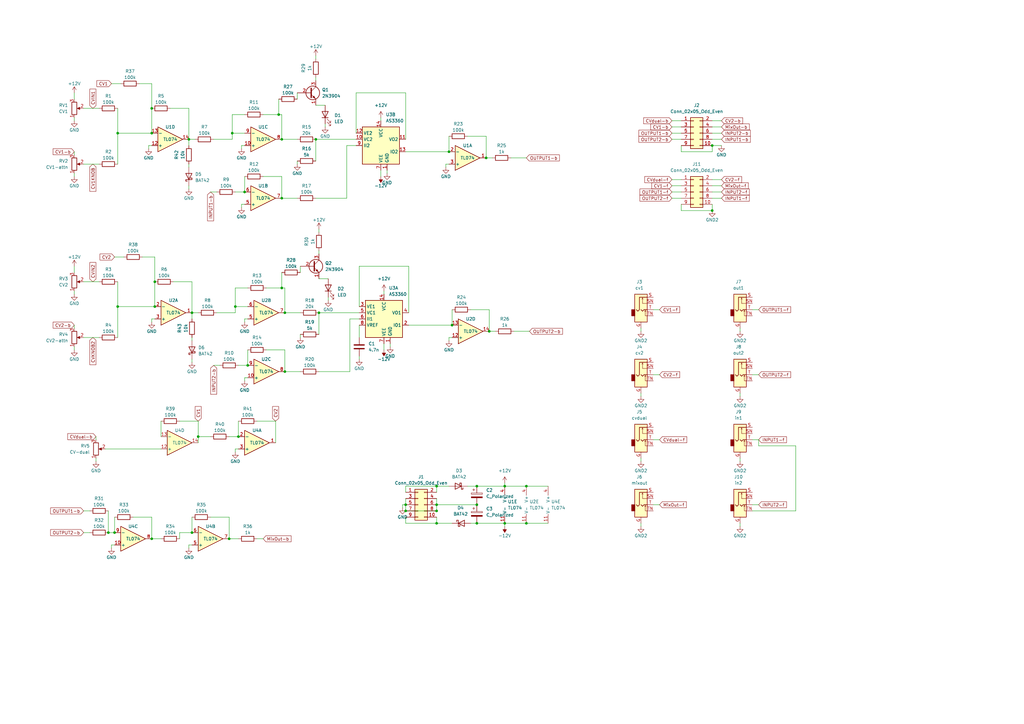
<source format=kicad_sch>
(kicad_sch (version 20230121) (generator eeschema)
  (paper "A3")
  (title_block (title "Krakenpine Kosmo Dual VCA") (rev "1.0"))
  (junction (at 100.33 78.74))
  (junction (at 199.39 64.77))
  (junction (at 62.23 44.45))
  (junction (at 292.1 59.69))
  (junction (at 62.23 54.61))
  (junction (at 200.66 135.89))
  (junction (at 207.01 214.63))
  (junction (at 96.52 125.73))
  (junction (at 44.45 218.44))
  (junction (at 101.6 149.86))
  (junction (at 81.28 179.07))
  (junction (at 116.84 152.4))
  (junction (at 179.07 207.01))
  (junction (at 215.9 199.39))
  (junction (at 292.1 86.36))
  (junction (at 179.07 199.39))
  (junction (at 166.37 209.55))
  (junction (at 95.25 54.61))
  (junction (at 63.5 125.73))
  (junction (at 115.57 81.28))
  (junction (at 78.74 128.27))
  (junction (at 62.23 220.98))
  (junction (at 114.3 46.99))
  (junction (at 184.15 62.23))
  (junction (at 166.37 207.01))
  (junction (at 179.07 214.63))
  (junction (at 207.01 199.39))
  (junction (at 195.58 207.01))
  (junction (at 48.26 54.61))
  (junction (at 77.47 57.15))
  (junction (at 215.9 214.63))
  (junction (at 185.42 133.35))
  (junction (at 179.07 209.55))
  (junction (at 48.26 125.73))
  (junction (at 195.58 214.63))
  (junction (at 115.57 118.11))
  (junction (at 116.84 128.27))
  (junction (at 130.81 128.27))
  (junction (at 63.5 115.57))
  (junction (at 129.54 57.15))
  (junction (at 115.57 57.15))
  (junction (at 78.74 218.44))
  (junction (at 46.99 218.44))
  (junction (at 93.98 220.98))
  (junction (at 195.58 199.39))
  (junction (at 97.79 179.07))
  (wire (pts (xy 78.74 128.27) (xy 81.28 128.27)))
  (wire (pts (xy 54.61 212.09) (xy 62.23 212.09)))
  (wire (pts (xy 96.52 184.15) (xy 97.79 184.15)))
  (wire (pts (xy 78.74 128.27) (xy 78.74 130.81)))
  (wire (pts (xy 182.88 67.31) (xy 184.15 67.31)))
  (wire (pts (xy 129.54 31.75) (xy 129.54 33.02)))
  (wire (pts (xy 63.5 105.41) (xy 63.5 115.57)))
  (wire (pts (xy 166.37 199.39) (xy 166.37 201.93)))
  (wire (pts (xy 166.37 212.09) (xy 166.37 214.63)))
  (wire (pts (xy 34.29 209.55) (xy 36.83 209.55)))
  (wire (pts (xy 77.47 44.45) (xy 77.47 57.15)))
  (wire (pts (xy 66.04 172.72) (xy 66.04 179.07)))
  (wire (pts (xy 191.77 55.88) (xy 199.39 55.88)))
  (wire (pts (xy 279.4 83.82) (xy 279.4 86.36)))
  (wire (pts (xy 142.24 81.28) (xy 142.24 59.69)))
  (wire (pts (xy 45.72 224.79) (xy 45.72 223.52)))
  (wire (pts (xy 166.37 38.1) (xy 166.37 57.15)))
  (wire (pts (xy 147.32 133.35) (xy 147.32 138.43)))
  (wire (pts (xy 195.58 214.63) (xy 207.01 214.63)))
  (wire (pts (xy 166.37 204.47) (xy 166.37 207.01)))
  (wire (pts (xy 96.52 125.73) (xy 101.6 125.73)))
  (wire (pts (xy 129.54 22.86) (xy 129.54 24.13)))
  (wire (pts (xy 207.01 214.63) (xy 207.01 215.9)))
  (wire (pts (xy 134.62 123.19) (xy 134.62 121.92)))
  (wire (pts (xy 303.53 134.62) (xy 303.53 135.89)))
  (wire (pts (xy 115.57 81.28) (xy 121.92 81.28)))
  (wire (pts (xy 107.95 72.39) (xy 115.57 72.39)))
  (wire (pts (xy 97.79 149.86) (xy 101.6 149.86)))
  (wire (pts (xy 179.07 207.01) (xy 195.58 207.01)))
  (wire (pts (xy 199.39 64.77) (xy 201.93 64.77)))
  (wire (pts (xy 308.61 180.34) (xy 311.15 180.34)))
  (wire (pts (xy 130.81 128.27) (xy 147.32 128.27)))
  (wire (pts (xy 39.37 187.96) (xy 39.37 189.23)))
  (wire (pts (xy 30.48 109.22) (xy 30.48 111.76)))
  (wire (pts (xy 78.74 147.32) (xy 78.74 148.59)))
  (wire (pts (xy 101.6 143.51) (xy 101.6 149.86)))
  (wire (pts (xy 113.03 172.72) (xy 113.03 181.61)))
  (wire (pts (xy 109.22 143.51) (xy 116.84 143.51)))
  (wire (pts (xy 73.66 218.44) (xy 78.74 218.44)))
  (wire (pts (xy 115.57 46.99) (xy 115.57 57.15)))
  (wire (pts (xy 48.26 54.61) (xy 62.23 54.61)))
  (wire (pts (xy 195.58 199.39) (xy 207.01 199.39)))
  (wire (pts (xy 133.35 52.07) (xy 133.35 50.8)))
  (wire (pts (xy 167.64 109.22) (xy 167.64 128.27)))
  (wire (pts (xy 129.54 57.15) (xy 129.54 66.04)))
  (wire (pts (xy 275.59 57.15) (xy 279.4 57.15)))
  (wire (pts (xy 179.07 214.63) (xy 185.42 214.63)))
  (wire (pts (xy 95.25 57.15) (xy 95.25 54.61)))
  (wire (pts (xy 292.1 52.07) (xy 295.91 52.07)))
  (wire (pts (xy 93.98 212.09) (xy 93.98 220.98)))
  (wire (pts (xy 326.39 209.55) (xy 308.61 209.55)))
  (wire (pts (xy 62.23 220.98) (xy 66.04 220.98)))
  (wire (pts (xy 34.29 44.45) (xy 40.64 44.45)))
  (wire (pts (xy 179.07 207.01) (xy 179.07 209.55)))
  (wire (pts (xy 116.84 118.11) (xy 116.84 128.27)))
  (wire (pts (xy 129.54 57.15) (xy 146.05 57.15)))
  (wire (pts (xy 95.25 54.61) (xy 100.33 54.61)))
  (wire (pts (xy 100.33 154.94) (xy 101.6 154.94)))
  (wire (pts (xy 207.01 199.39) (xy 215.9 199.39)))
  (wire (pts (xy 115.57 111.76) (xy 115.57 118.11)))
  (wire (pts (xy 292.1 76.2) (xy 295.91 76.2)))
  (wire (pts (xy 179.07 199.39) (xy 184.15 199.39)))
  (wire (pts (xy 30.48 71.12) (xy 30.48 72.39)))
  (wire (pts (xy 96.52 128.27) (xy 96.52 125.73)))
  (wire (pts (xy 130.81 114.3) (xy 134.62 114.3)))
  (wire (pts (xy 292.1 73.66) (xy 295.91 73.66)))
  (wire (pts (xy 30.48 62.23) (xy 30.48 63.5)))
  (wire (pts (xy 184.15 55.88) (xy 184.15 62.23)))
  (wire (pts (xy 73.66 220.98) (xy 73.66 218.44)))
  (wire (pts (xy 130.81 152.4) (xy 143.51 152.4)))
  (wire (pts (xy 166.37 209.55) (xy 179.07 209.55)))
  (wire (pts (xy 123.19 138.43) (xy 123.19 137.16)))
  (wire (pts (xy 165.1 207.01) (xy 166.37 207.01)))
  (wire (pts (xy 30.48 119.38) (xy 30.48 120.65)))
  (wire (pts (xy 114.3 46.99) (xy 115.57 46.99)))
  (wire (pts (xy 81.28 179.07) (xy 81.28 181.61)))
  (wire (pts (xy 34.29 115.57) (xy 40.64 115.57)))
  (wire (pts (xy 96.52 78.74) (xy 100.33 78.74)))
  (wire (pts (xy 81.28 172.72) (xy 81.28 179.07)))
  (wire (pts (xy 166.37 207.01) (xy 166.37 209.55)))
  (wire (pts (xy 167.64 133.35) (xy 185.42 133.35)))
  (wire (pts (xy 109.22 118.11) (xy 115.57 118.11)))
  (wire (pts (xy 157.48 119.38) (xy 157.48 120.65)))
  (wire (pts (xy 275.59 73.66) (xy 279.4 73.66)))
  (wire (pts (xy 207.01 198.12) (xy 207.01 199.39)))
  (wire (pts (xy 100.33 132.08) (xy 100.33 130.81)))
  (wire (pts (xy 105.41 220.98) (xy 107.95 220.98)))
  (wire (pts (xy 77.47 224.79) (xy 77.47 223.52)))
  (wire (pts (xy 101.6 118.11) (xy 96.52 118.11)))
  (wire (pts (xy 130.81 128.27) (xy 130.81 137.16)))
  (wire (pts (xy 275.59 52.07) (xy 279.4 52.07)))
  (wire (pts (xy 34.29 138.43) (xy 40.64 138.43)))
  (wire (pts (xy 43.18 184.15) (xy 66.04 184.15)))
  (wire (pts (xy 62.23 132.08) (xy 62.23 130.81)))
  (wire (pts (xy 184.15 138.43) (xy 185.42 138.43)))
  (wire (pts (xy 311.15 182.88) (xy 326.39 182.88)))
  (wire (pts (xy 86.36 212.09) (xy 93.98 212.09)))
  (wire (pts (xy 292.1 54.61) (xy 295.91 54.61)))
  (wire (pts (xy 60.96 59.69) (xy 62.23 59.69)))
  (wire (pts (xy 115.57 57.15) (xy 121.92 57.15)))
  (wire (pts (xy 326.39 182.88) (xy 326.39 209.55)))
  (wire (pts (xy 45.72 223.52) (xy 46.99 223.52)))
  (wire (pts (xy 157.48 140.97) (xy 157.48 143.51)))
  (wire (pts (xy 267.97 207.01) (xy 270.51 207.01)))
  (wire (pts (xy 88.9 128.27) (xy 96.52 128.27)))
  (wire (pts (xy 142.24 59.69) (xy 146.05 59.69)))
  (wire (pts (xy 62.23 212.09) (xy 62.23 220.98)))
  (wire (pts (xy 77.47 57.15) (xy 77.47 59.69)))
  (wire (pts (xy 100.33 156.21) (xy 100.33 154.94)))
  (wire (pts (xy 292.1 81.28) (xy 295.91 81.28)))
  (wire (pts (xy 114.3 40.64) (xy 114.3 46.99)))
  (wire (pts (xy 45.72 34.29) (xy 49.53 34.29)))
  (wire (pts (xy 292.1 49.53) (xy 295.91 49.53)))
  (wire (pts (xy 146.05 54.61) (xy 146.05 38.1)))
  (wire (pts (xy 99.06 59.69) (xy 100.33 59.69)))
  (wire (pts (xy 209.55 64.77) (xy 215.9 64.77)))
  (wire (pts (xy 99.06 85.09) (xy 99.06 83.82)))
  (wire (pts (xy 303.53 161.29) (xy 303.53 162.56)))
  (wire (pts (xy 156.21 48.26) (xy 156.21 49.53)))
  (wire (pts (xy 308.61 127) (xy 311.15 127)))
  (wire (pts (xy 48.26 138.43) (xy 48.26 125.73)))
  (wire (pts (xy 30.48 48.26) (xy 30.48 49.53)))
  (wire (pts (xy 292.1 62.23) (xy 279.4 62.23)))
  (wire (pts (xy 275.59 76.2) (xy 279.4 76.2)))
  (wire (pts (xy 44.45 209.55) (xy 44.45 218.44)))
  (wire (pts (xy 275.59 81.28) (xy 279.4 81.28)))
  (wire (pts (xy 147.32 125.73) (xy 147.32 109.22)))
  (wire (pts (xy 292.1 83.82) (xy 292.1 86.36)))
  (wire (pts (xy 30.48 142.24) (xy 30.48 143.51)))
  (wire (pts (xy 87.63 149.86) (xy 90.17 149.86)))
  (wire (pts (xy 143.51 152.4) (xy 143.51 130.81)))
  (wire (pts (xy 116.84 152.4) (xy 123.19 152.4)))
  (wire (pts (xy 44.45 218.44) (xy 46.99 218.44)))
  (wire (pts (xy 210.82 135.89) (xy 217.17 135.89)))
  (wire (pts (xy 179.07 204.47) (xy 179.07 207.01)))
  (wire (pts (xy 48.26 125.73) (xy 63.5 125.73)))
  (wire (pts (xy 262.89 214.63) (xy 262.89 215.9)))
  (wire (pts (xy 275.59 78.74) (xy 279.4 78.74)))
  (wire (pts (xy 96.52 185.42) (xy 96.52 184.15)))
  (wire (pts (xy 115.57 72.39) (xy 115.57 81.28)))
  (wire (pts (xy 86.36 78.74) (xy 88.9 78.74)))
  (wire (pts (xy 267.97 153.67) (xy 270.51 153.67)))
  (wire (pts (xy 78.74 138.43) (xy 78.74 139.7)))
  (wire (pts (xy 193.04 214.63) (xy 195.58 214.63)))
  (wire (pts (xy 121.92 38.1) (xy 121.92 40.64)))
  (wire (pts (xy 184.15 139.7) (xy 184.15 138.43)))
  (wire (pts (xy 93.98 220.98) (xy 97.79 220.98)))
  (wire (pts (xy 191.77 199.39) (xy 195.58 199.39)))
  (wire (pts (xy 116.84 143.51) (xy 116.84 152.4)))
  (wire (pts (xy 95.25 46.99) (xy 95.25 54.61)))
  (wire (pts (xy 279.4 59.69) (xy 279.4 62.23)))
  (wire (pts (xy 78.74 212.09) (xy 78.74 218.44)))
  (wire (pts (xy 30.48 133.35) (xy 30.48 134.62)))
  (wire (pts (xy 81.28 179.07) (xy 86.36 179.07)))
  (wire (pts (xy 311.15 180.34) (xy 311.15 182.88)))
  (wire (pts (xy 156.21 69.85) (xy 156.21 72.39)))
  (wire (pts (xy 73.66 172.72) (xy 81.28 172.72)))
  (wire (pts (xy 207.01 214.63) (xy 215.9 214.63)))
  (wire (pts (xy 58.42 105.41) (xy 63.5 105.41)))
  (wire (pts (xy 30.48 38.1) (xy 30.48 40.64)))
  (wire (pts (xy 200.66 127) (xy 200.66 135.89)))
  (wire (pts (xy 100.33 72.39) (xy 100.33 78.74)))
  (wire (pts (xy 267.97 127) (xy 270.51 127)))
  (wire (pts (xy 63.5 115.57) (xy 63.5 125.73)))
  (wire (pts (xy 100.33 46.99) (xy 95.25 46.99)))
  (wire (pts (xy 200.66 135.89) (xy 203.2 135.89)))
  (wire (pts (xy 77.47 67.31) (xy 77.47 68.58)))
  (wire (pts (xy 48.26 67.31) (xy 48.26 54.61)))
  (wire (pts (xy 107.95 46.99) (xy 114.3 46.99)))
  (wire (pts (xy 130.81 93.98) (xy 130.81 95.25)))
  (wire (pts (xy 275.59 49.53) (xy 279.4 49.53)))
  (wire (pts (xy 146.05 38.1) (xy 166.37 38.1)))
  (wire (pts (xy 160.02 142.24) (xy 160.02 140.97)))
  (wire (pts (xy 262.89 134.62) (xy 262.89 135.89)))
  (wire (pts (xy 215.9 214.63) (xy 224.79 214.63)))
  (wire (pts (xy 179.07 199.39) (xy 179.07 201.93)))
  (wire (pts (xy 292.1 57.15) (xy 295.91 57.15)))
  (wire (pts (xy 87.63 57.15) (xy 95.25 57.15)))
  (wire (pts (xy 121.92 67.31) (xy 121.92 66.04)))
  (wire (pts (xy 292.1 86.36) (xy 279.4 86.36)))
  (wire (pts (xy 215.9 199.39) (xy 224.79 199.39)))
  (wire (pts (xy 34.29 218.44) (xy 36.83 218.44)))
  (wire (pts (xy 166.37 214.63) (xy 179.07 214.63)))
  (wire (pts (xy 158.75 71.12) (xy 158.75 69.85)))
  (wire (pts (xy 77.47 57.15) (xy 80.01 57.15)))
  (wire (pts (xy 96.52 118.11) (xy 96.52 125.73)))
  (wire (pts (xy 193.04 127) (xy 200.66 127)))
  (wire (pts (xy 303.53 214.63) (xy 303.53 215.9)))
  (wire (pts (xy 46.99 105.41) (xy 50.8 105.41)))
  (wire (pts (xy 48.26 44.45) (xy 48.26 54.61)))
  (wire (pts (xy 292.1 78.74) (xy 295.91 78.74)))
  (wire (pts (xy 292.1 59.69) (xy 292.1 62.23)))
  (wire (pts (xy 303.53 187.96) (xy 303.53 189.23)))
  (wire (pts (xy 129.54 81.28) (xy 142.24 81.28)))
  (wire (pts (xy 185.42 127) (xy 185.42 133.35)))
  (wire (pts (xy 262.89 161.29) (xy 262.89 162.56)))
  (wire (pts (xy 147.32 109.22) (xy 167.64 109.22)))
  (wire (pts (xy 308.61 153.67) (xy 311.15 153.67)))
  (wire (pts (xy 275.59 54.61) (xy 279.4 54.61)))
  (wire (pts (xy 77.47 223.52) (xy 78.74 223.52)))
  (wire (pts (xy 39.37 179.07) (xy 39.37 180.34)))
  (wire (pts (xy 62.23 130.81) (xy 63.5 130.81)))
  (wire (pts (xy 123.19 109.22) (xy 123.19 111.76)))
  (wire (pts (xy 62.23 34.29) (xy 62.23 44.45)))
  (wire (pts (xy 292.1 59.69) (xy 295.91 59.69)))
  (wire (pts (xy 308.61 207.01) (xy 311.15 207.01)))
  (wire (pts (xy 78.74 115.57) (xy 78.74 128.27)))
  (wire (pts (xy 267.97 180.34) (xy 270.51 180.34)))
  (wire (pts (xy 99.06 60.96) (xy 99.06 59.69)))
  (wire (pts (xy 46.99 212.09) (xy 46.99 218.44)))
  (wire (pts (xy 34.29 67.31) (xy 40.64 67.31)))
  (wire (pts (xy 57.15 34.29) (xy 62.23 34.29)))
  (wire (pts (xy 99.06 83.82) (xy 100.33 83.82)))
  (wire (pts (xy 143.51 130.81) (xy 147.32 130.81)))
  (wire (pts (xy 93.98 179.07) (xy 97.79 179.07)))
  (wire (pts (xy 179.07 199.39) (xy 166.37 199.39)))
  (wire (pts (xy 166.37 62.23) (xy 184.15 62.23)))
  (wire (pts (xy 97.79 172.72) (xy 97.79 179.07)))
  (wire (pts (xy 77.47 76.2) (xy 77.47 77.47)))
  (wire (pts (xy 129.54 43.18) (xy 133.35 43.18)))
  (wire (pts (xy 147.32 147.32) (xy 147.32 146.05)))
  (wire (pts (xy 116.84 128.27) (xy 123.19 128.27)))
  (wire (pts (xy 69.85 44.45) (xy 77.47 44.45)))
  (wire (pts (xy 262.89 187.96) (xy 262.89 189.23)))
  (wire (pts (xy 100.33 130.81) (xy 101.6 130.81)))
  (wire (pts (xy 115.57 118.11) (xy 116.84 118.11)))
  (wire (pts (xy 199.39 55.88) (xy 199.39 64.77)))
  (wire (pts (xy 130.81 102.87) (xy 130.81 104.14)))
  (wire (pts (xy 179.07 212.09) (xy 179.07 214.63)))
  (wire (pts (xy 182.88 68.58) (xy 182.88 67.31)))
  (wire (pts (xy 60.96 60.96) (xy 60.96 59.69)))
  (wire (pts (xy 165.1 208.28) (xy 165.1 207.01)))
  (wire (pts (xy 48.26 115.57) (xy 48.26 125.73)))
  (wire (pts (xy 71.12 115.57) (xy 78.74 115.57)))
  (wire (pts (xy 105.41 172.72) (xy 113.03 172.72)))
  (wire (pts (xy 62.23 44.45) (xy 62.23 54.61)))
  (global_label "OUTPUT1-b" (shape input) (at 34.29 209.55 180) (property "Intersheetrefs" "${INTERSHEET_REFS}" (effects hide)))
  (global_label "CVdual-f" (shape input) (at 275.59 73.66 180) (property "Intersheetrefs" "${INTERSHEET_REFS}" (effects hide)))
  (global_label "CV2-f" (shape input) (at 270.51 153.67 0) (property "Intersheetrefs" "${INTERSHEET_REFS}" (effects hide)))
  (global_label "INPUT2-f" (shape input) (at 295.91 78.74 0) (property "Intersheetrefs" "${INTERSHEET_REFS}" (effects hide)))
  (global_label "INPUT1-b" (shape input) (at 86.36 78.74 270) (property "Intersheetrefs" "${INTERSHEET_REFS}" (effects hide)))
  (global_label "CV1KNOB" (shape input) (at 38.1 67.31 270) (property "Intersheetrefs" "${INTERSHEET_REFS}" (effects hide)))
  (global_label "CVIN2" (shape input) (at 38.1 115.57 90) (property "Intersheetrefs" "${INTERSHEET_REFS}" (effects hide)))
  (global_label "OUTPUT1-f" (shape input) (at 275.59 78.74 180) (property "Intersheetrefs" "${INTERSHEET_REFS}" (effects hide)))
  (global_label "CV1" (shape input) (at 45.72 34.29 180) (property "Intersheetrefs" "${INTERSHEET_REFS}" (effects hide)))
  (global_label "CV1-f" (shape input) (at 270.51 127 0) (property "Intersheetrefs" "${INTERSHEET_REFS}" (effects hide)))
  (global_label "INPUT2-b" (shape input) (at 87.63 149.86 270) (property "Intersheetrefs" "${INTERSHEET_REFS}" (effects hide)))
  (global_label "INPUT2-f" (shape input) (at 311.15 207.01 0) (property "Intersheetrefs" "${INTERSHEET_REFS}" (effects hide)))
  (global_label "CV2-f" (shape input) (at 295.91 73.66 0) (property "Intersheetrefs" "${INTERSHEET_REFS}" (effects hide)))
  (global_label "INPUT1-f" (shape input) (at 311.15 180.34 0) (property "Intersheetrefs" "${INTERSHEET_REFS}" (effects hide)))
  (global_label "CV2-b" (shape input) (at 30.48 133.35 180) (property "Intersheetrefs" "${INTERSHEET_REFS}" (effects hide)))
  (global_label "CVdual-b" (shape input) (at 275.59 49.53 180) (property "Intersheetrefs" "${INTERSHEET_REFS}" (effects hide)))
  (global_label "MixOut-f" (shape input) (at 270.51 207.01 0) (property "Intersheetrefs" "${INTERSHEET_REFS}" (effects hide)))
  (global_label "MixOut-b" (shape input) (at 107.95 220.98 0) (property "Intersheetrefs" "${INTERSHEET_REFS}" (effects hide)))
  (global_label "MixOut-f" (shape input) (at 295.91 76.2 0) (property "Intersheetrefs" "${INTERSHEET_REFS}" (effects hide)))
  (global_label "OUTPUT1-b" (shape input) (at 275.59 54.61 180) (property "Intersheetrefs" "${INTERSHEET_REFS}" (effects hide)))
  (global_label "OUTPUT1-b" (shape input) (at 215.9 64.77 0) (property "Intersheetrefs" "${INTERSHEET_REFS}" (effects hide)))
  (global_label "CVdual-b" (shape input) (at 39.37 179.07 180) (property "Intersheetrefs" "${INTERSHEET_REFS}" (effects hide)))
  (global_label "CV1-f" (shape input) (at 275.59 76.2 180) (property "Intersheetrefs" "${INTERSHEET_REFS}" (effects hide)))
  (global_label "OUTPUT2-f" (shape input) (at 275.59 81.28 180) (property "Intersheetrefs" "${INTERSHEET_REFS}" (effects hide)))
  (global_label "INPUT1-b" (shape input) (at 295.91 57.15 0) (property "Intersheetrefs" "${INTERSHEET_REFS}" (effects hide)))
  (global_label "OUTPUT1-f" (shape input) (at 311.15 127 0) (property "Intersheetrefs" "${INTERSHEET_REFS}" (effects hide)))
  (global_label "OUTPUT2-f" (shape input) (at 311.15 153.67 0) (property "Intersheetrefs" "${INTERSHEET_REFS}" (effects hide)))
  (global_label "CV2" (shape input) (at 46.99 105.41 180) (property "Intersheetrefs" "${INTERSHEET_REFS}" (effects hide)))
  (global_label "INPUT2-b" (shape input) (at 295.91 54.61 0) (property "Intersheetrefs" "${INTERSHEET_REFS}" (effects hide)))
  (global_label "INPUT1-f" (shape input) (at 295.91 81.28 0) (property "Intersheetrefs" "${INTERSHEET_REFS}" (effects hide)))
  (global_label "CVdual-f" (shape input) (at 270.51 180.34 0) (property "Intersheetrefs" "${INTERSHEET_REFS}" (effects hide)))
  (global_label "CVIN1" (shape input) (at 38.1 44.45 90) (property "Intersheetrefs" "${INTERSHEET_REFS}" (effects hide)))
  (global_label "CVKNOB2" (shape input) (at 38.1 138.43 270) (property "Intersheetrefs" "${INTERSHEET_REFS}" (effects hide)))
  (global_label "OUTPUT2-b" (shape input) (at 34.29 218.44 180) (property "Intersheetrefs" "${INTERSHEET_REFS}" (effects hide)))
  (global_label "CV1-b" (shape input) (at 275.59 52.07 180) (property "Intersheetrefs" "${INTERSHEET_REFS}" (effects hide)))
  (global_label "OUTPUT2-b" (shape input) (at 217.17 135.89 0) (property "Intersheetrefs" "${INTERSHEET_REFS}" (effects hide)))
  (global_label "CV1-b" (shape input) (at 30.48 62.23 180) (property "Intersheetrefs" "${INTERSHEET_REFS}" (effects hide)))
  (global_label "CV2" (shape input) (at 113.03 172.72 90) (property "Intersheetrefs" "${INTERSHEET_REFS}" (effects hide)))
  (global_label "CV2-b" (shape input) (at 295.91 49.53 0) (property "Intersheetrefs" "${INTERSHEET_REFS}" (effects hide)))
  (global_label "CV1" (shape input) (at 81.28 172.72 90) (property "Intersheetrefs" "${INTERSHEET_REFS}" (effects hide)))
  (global_label "MixOut-b" (shape input) (at 295.91 52.07 0) (property "Intersheetrefs" "${INTERSHEET_REFS}" (effects hide)))
  (global_label "OUTPUT2-b" (shape input) (at 275.59 57.15 180) (property "Intersheetrefs" "${INTERSHEET_REFS}" (effects hide)))
  (symbol (lib_id "Device:R") (at 130.81 99.06 180) (unit 1)
    (property "Reference" "R30" (at 125.73 99.06 90))
    (property "Value" "1k" (at 128.27 99.06 90))
    (property "Footprint" "omat:Omaresistor2" (effects hide))
  )
  (symbol (lib_id "Device:R") (at 44.45 67.31 90) (unit 1)
    (property "Reference" "R2" (at 44.45 62.23 90))
    (property "Value" "100k" (at 44.45 64.77 90))
    (property "Footprint" "omat:Omaresistor2" (effects hide))
  )
  (symbol (lib_id "power:GND") (at 123.19 138.43 0) (unit 1)
    (property "Reference" "#PWR0107" (effects hide))
    (property "Value" "GND" (at 123.19 142.24 0))
  )
  (symbol (lib_id "power:GND") (at 165.1 208.28 0) (unit 1)
    (property "Reference" "#PWR0120" (effects hide))
    (property "Value" "GND" (at 165.1 212.09 0))
  )
  (symbol (lib_id "power:+12V") (at 30.48 109.22 0) (unit 1)
    (property "Reference" "#PWR011" (effects hide))
    (property "Value" "+12V" (at 30.48 105.41 0))
  )
  (symbol (lib_id "Device:R") (at 90.17 179.07 90) (unit 1)
    (property "Reference" "R40" (at 90.17 173.99 90))
    (property "Value" "100k" (at 90.17 176.53 90))
    (property "Footprint" "omat:Omaresistor2" (effects hide))
  )
  (symbol (lib_id "Device:R") (at 69.85 220.98 90) (unit 1)
    (property "Reference" "R34" (at 69.85 215.9 90))
    (property "Value" "100k" (at 69.85 218.44 90))
    (property "Footprint" "omat:Omaresistor2" (effects hide))
  )
  (symbol (lib_id "power:GND") (at 100.33 156.21 0) (unit 1)
    (property "Reference" "#PWR0114" (effects hide))
    (property "Value" "GND" (at 100.33 160.02 0))
  )
  (symbol (lib_id "Connector:AudioJack2_Ground_Switch") (at 262.89 153.67 0) (unit 1)
    (property "Reference" "J4" (at 262.255 142.24 0))
    (property "Value" "cv2" (at 262.255 144.78 0))
    (property "Footprint" "omat:Jack_6.5mm LMNC" (effects hide))
  )
  (symbol (lib_id "power:GND") (at 30.48 72.39 0) (unit 1)
    (property "Reference" "#PWR010" (effects hide))
    (property "Value" "GND" (at 30.48 76.2 0))
  )
  (symbol (lib_id "Device:R") (at 187.96 55.88 90) (unit 1)
    (property "Reference" "R23" (at 187.96 50.8 90))
    (property "Value" "100k" (at 187.96 53.34 90))
    (property "Footprint" "omat:Omaresistor2" (effects hide))
  )
  (symbol (lib_id "Connector:AudioJack2_Ground_Switch") (at 303.53 180.34 0) (unit 1)
    (property "Reference" "J9" (at 302.895 168.91 0))
    (property "Value" "in1" (at 302.895 171.45 0))
    (property "Footprint" "omat:Jack_6.5mm LMNC" (effects hide))
  )
  (symbol (lib_id "Transistor_BJT:2N3904") (at 128.27 109.22 0) (unit 1)
    (property "Reference" "Q2" (at 133.35 107.9499 0) (effects (justify left)))
    (property "Value" "2N3904" (at 133.35 110.4899 0) (effects (justify left)))
    (property "Footprint" "Package_TO_SOT_THT:TO-92_Inline_Wide" (effects hide))
    (property "Datasheet" "https://www.onsemi.com/pub/Collateral/2N3903-D.PDF" (effects hide))
  )
  (symbol (lib_id "Device:R") (at 127 137.16 90) (unit 1)
    (property "Reference" "R19" (at 127 132.08 90))
    (property "Value" "5k" (at 127 134.62 90))
    (property "Footprint" "omat:Omaresistor2" (effects hide))
  )
  (symbol (lib_id "Device:R") (at 92.71 78.74 90) (unit 1)
    (property "Reference" "R9" (at 92.71 73.66 90))
    (property "Value" "100k" (at 92.71 76.2 90))
    (property "Footprint" "omat:Omaresistor2" (effects hide))
  )
  (symbol (lib_id "Amplifier_Operational:TL074") (at 218.44 207.01 0) (unit 5)
    (property "Reference" "U2" (at 217.17 205.7399 0) (effects (justify left)))
    (property "Value" "TL074" (at 217.17 208.2799 0) (effects (justify left)))
    (property "Footprint" "Package_DIP:DIP-14_W7.62mm" (effects hide))
    (property "Datasheet" "http://www.ti.com/lit/ds/symlink/tl071.pdf" (effects hide))
  )
  (symbol (lib_id "Diode:BAT42") (at 187.96 199.39 180) (unit 1)
    (property "Reference" "D3" (at 188.2775 193.04 0))
    (property "Value" "BAT42" (at 188.2775 195.58 0))
    (property "Footprint" "Diode_THT:D_DO-35_SOD27_P7.62mm_Horizontal" (effects hide))
    (property "Datasheet" "http://www.vishay.com/docs/85660/bat42.pdf" (effects hide))
  )
  (symbol (lib_id "Device:R") (at 78.74 134.62 180) (unit 1)
    (property "Reference" "R43" (at 73.66 134.62 90))
    (property "Value" "10k" (at 76.2 134.62 90))
    (property "Footprint" "omat:Omaresistor2" (effects hide))
  )
  (symbol (lib_id "Connector_Generic:Conn_02x05_Odd_Even") (at 284.48 54.61 0) (unit 1)
    (property "Reference" "J2" (at 285.75 43.18 0))
    (property "Value" "Conn_02x05_Odd_Even" (at 285.75 45.72 0))
    (property "Footprint" "Connector_PinHeader_2.54mm:PinHeader_2x05_P2.54mm_Vertical" (effects hide))
  )
  (symbol (lib_id "Device:R") (at 129.54 27.94 180) (unit 1)
    (property "Reference" "R29" (at 124.46 27.94 90))
    (property "Value" "1k" (at 127 27.94 90))
    (property "Footprint" "omat:Omaresistor2" (effects hide))
  )
  (symbol (lib_id "Device:R") (at 44.45 44.45 90) (unit 1)
    (property "Reference" "R1" (at 44.45 39.37 90))
    (property "Value" "100k" (at 44.45 41.91 90))
    (property "Footprint" "omat:Omaresistor2" (effects hide))
  )
  (symbol (lib_id "power:GND") (at 158.75 71.12 0) (unit 1)
    (property "Reference" "#PWR0111" (effects hide))
    (property "Value" "GND" (at 158.75 74.93 0))
  )
  (symbol (lib_id "Device:R") (at 119.38 111.76 90) (unit 1)
    (property "Reference" "R28" (at 119.38 106.68 90))
    (property "Value" "100k" (at 119.38 109.22 90))
    (property "Footprint" "omat:Omaresistor2" (effects hide))
  )
  (symbol (lib_id "Diode:BAT42") (at 78.74 143.51 90) (unit 1)
    (property "Reference" "D6" (at 81.28 142.5575 90) (effects (justify right)))
    (property "Value" "BAT42" (at 81.28 145.0975 90) (effects (justify right)))
    (property "Footprint" "Diode_THT:D_DO-35_SOD27_P7.62mm_Horizontal" (effects hide))
    (property "Datasheet" "http://www.vishay.com/docs/85660/bat42.pdf" (effects hide))
  )
  (symbol (lib_id "power:GND2") (at 262.89 135.89 0) (unit 1)
    (property "Reference" "#PWR0127" (effects hide))
    (property "Value" "GND2" (at 262.89 139.7 0))
  )
  (symbol (lib_id "Device:R_Potentiometer") (at 39.37 184.15 0) (mirror x) (unit 1)
    (property "Reference" "RV5" (at 36.83 182.8799 0) (effects (justify right)))
    (property "Value" "CV-dual" (at 36.83 185.4199 0) (effects (justify right)))
    (property "Footprint" "Potentiometer_THT:Potentiometer_Alpha_RD901F-40-00D_Single_Vertical_CircularHoles" (effects hide))
  )
  (symbol (lib_id "power:GND") (at 100.33 132.08 0) (unit 1)
    (property "Reference" "#PWR0113" (effects hide))
    (property "Value" "GND" (at 100.33 135.89 0))
  )
  (symbol (lib_id "power:GND") (at 62.23 132.08 0) (unit 1)
    (property "Reference" "#PWR0116" (effects hide))
    (property "Value" "GND" (at 62.23 135.89 0))
  )
  (symbol (lib_id "power:GND") (at 30.48 120.65 0) (unit 1)
    (property "Reference" "#PWR012" (effects hide))
    (property "Value" "GND" (at 30.48 124.46 0))
  )
  (symbol (lib_id "Device:R") (at 127 152.4 90) (unit 1)
    (property "Reference" "R20" (at 127 147.32 90))
    (property "Value" "100k" (at 127 149.86 90))
    (property "Footprint" "omat:Omaresistor2" (effects hide))
  )
  (symbol (lib_id "power:GND2") (at 303.53 189.23 0) (unit 1)
    (property "Reference" "#PWR0128" (effects hide))
    (property "Value" "GND2" (at 303.53 193.04 0))
  )
  (symbol (lib_id "power:GND") (at 99.06 60.96 0) (unit 1)
    (property "Reference" "#PWR0102" (effects hide))
    (property "Value" "GND" (at 99.06 64.77 0))
  )
  (symbol (lib_id "power:GND") (at 295.91 59.69 0) (unit 1)
    (property "Reference" "#PWR07" (effects hide))
    (property "Value" "GND" (at 295.91 63.5 0))
  )
  (symbol (lib_id "Amplifier_Operational:TL074") (at 107.95 57.15 0) (mirror x) (unit 3)
    (property "Reference" "U1" (at 107.95 52.07 0))
    (property "Value" "TL074" (at 107.95 57.15 0))
    (property "Footprint" "Package_DIP:DIP-14_W7.62mm" (effects hide))
    (property "Datasheet" "http://www.ti.com/lit/ds/symlink/tl071.pdf" (effects hide))
  )
  (symbol (lib_id "power:GND") (at 160.02 142.24 0) (unit 1)
    (property "Reference" "#PWR0103" (effects hide))
    (property "Value" "GND" (at 160.02 146.05 0))
  )
  (symbol (lib_id "Amplifier_Operational:TL074") (at 193.04 135.89 0) (mirror x) (unit 4)
    (property "Reference" "U2" (at 193.04 130.81 0))
    (property "Value" "TL074" (at 193.04 135.89 0))
    (property "Footprint" "Package_DIP:DIP-14_W7.62mm" (effects hide))
    (property "Datasheet" "http://www.ti.com/lit/ds/symlink/tl071.pdf" (effects hide))
  )
  (symbol (lib_id "Connector:AudioJack2_Ground_Switch") (at 303.53 207.01 0) (unit 1)
    (property "Reference" "J10" (at 302.895 195.58 0))
    (property "Value" "in2" (at 302.895 198.12 0))
    (property "Footprint" "omat:Jack_6.5mm LMNC" (effects hide))
  )
  (symbol (lib_id "Amplifier_Operational:TL074") (at 109.22 128.27 0) (mirror x) (unit 2)
    (property "Reference" "U2" (at 109.22 123.19 0))
    (property "Value" "TL074" (at 109.22 128.27 0))
    (property "Footprint" "Package_DIP:DIP-14_W7.62mm" (effects hide))
    (property "Datasheet" "http://www.ti.com/lit/ds/symlink/tl071.pdf" (effects hide))
  )
  (symbol (lib_id "power:-12V") (at 207.01 215.9 180) (unit 1)
    (property "Reference" "#PWR0117" (effects hide))
    (property "Value" "-12V" (at 207.01 219.71 0))
  )
  (symbol (lib_id "power:GND") (at 133.35 52.07 0) (unit 1)
    (property "Reference" "#PWR03" (effects hide))
    (property "Value" "GND" (at 133.35 55.88 0))
  )
  (symbol (lib_id "Amplifier_Operational:TL074") (at 73.66 181.61 0) (mirror x) (unit 4)
    (property "Reference" "U4" (at 73.66 176.53 0))
    (property "Value" "TL074" (at 73.66 181.61 0))
    (property "Footprint" "Package_DIP:DIP-14_W7.62mm" (effects hide))
    (property "Datasheet" "http://www.ti.com/lit/ds/symlink/tl071.pdf" (effects hide))
  )
  (symbol (lib_id "power:GND2") (at 262.89 189.23 0) (unit 1)
    (property "Reference" "#PWR0125" (effects hide))
    (property "Value" "GND2" (at 262.89 193.04 0))
  )
  (symbol (lib_id "Device:R") (at 104.14 46.99 90) (unit 1)
    (property "Reference" "R11" (at 104.14 41.91 90))
    (property "Value" "100k" (at 104.14 44.45 90))
    (property "Footprint" "omat:Omaresistor2" (effects hide))
  )
  (symbol (lib_id "Audio:AS3360") (at 157.48 130.81 0) (unit 1)
    (property "Reference" "U3" (at 159.4994 118.11 0) (effects (justify left)))
    (property "Value" "AS3360" (at 159.4994 120.65 0) (effects (justify left)))
    (property "Footprint" "Package_DIP:DIP-14_W7.62mm" (effects hide))
    (property "Datasheet" "http://www.alfarzpp.lv/eng/sc/AS3360.pdf" (effects hide))
  )
  (symbol (lib_id "Device:R_Potentiometer") (at 30.48 67.31 0) (mirror x) (unit 1)
    (property "Reference" "RV2" (at 27.94 66.0399 0) (effects (justify right)))
    (property "Value" "CV1-attn" (at 27.94 68.5799 0) (effects (justify right)))
    (property "Footprint" "Potentiometer_THT:Potentiometer_Alpha_RD901F-40-00D_Single_Vertical_CircularHoles" (effects hide))
  )
  (symbol (lib_id "Amplifier_Operational:TL074") (at 71.12 128.27 0) (mirror x) (unit 1)
    (property "Reference" "U2" (at 71.12 123.19 0))
    (property "Value" "TL074" (at 71.12 128.27 0))
    (property "Footprint" "Package_DIP:DIP-14_W7.62mm" (effects hide))
    (property "Datasheet" "http://www.ti.com/lit/ds/symlink/tl071.pdf" (effects hide))
  )
  (symbol (lib_id "Device:R") (at 40.64 209.55 90) (unit 1)
    (property "Reference" "R31" (at 40.64 204.47 90))
    (property "Value" "100k" (at 40.64 207.01 90))
    (property "Footprint" "omat:Omaresistor2" (effects hide))
  )
  (symbol (lib_id "Device:R") (at 82.55 212.09 90) (unit 1)
    (property "Reference" "R35" (at 82.55 207.01 90))
    (property "Value" "100k" (at 82.55 209.55 90))
    (property "Footprint" "omat:Omaresistor2" (effects hide))
  )
  (symbol (lib_id "Device:R") (at 44.45 115.57 90) (unit 1)
    (property "Reference" "R3" (at 44.45 110.49 90))
    (property "Value" "100k" (at 44.45 113.03 90))
    (property "Footprint" "omat:Omaresistor2" (effects hide))
  )
  (symbol (lib_id "Device:R_Potentiometer") (at 30.48 115.57 0) (mirror x) (unit 1)
    (property "Reference" "RV3" (at 27.94 114.2999 0) (effects (justify right)))
    (property "Value" "CV2" (at 27.94 116.8399 0) (effects (justify right)))
    (property "Footprint" "Potentiometer_THT:Potentiometer_Alpha_RD901F-40-00D_Single_Vertical_CircularHoles" (effects hide))
  )
  (symbol (lib_id "Device:R") (at 85.09 128.27 90) (unit 1)
    (property "Reference" "R8" (at 85.09 123.19 90))
    (property "Value" "100k" (at 85.09 125.73 90))
    (property "Footprint" "omat:Omaresistor2" (effects hide))
  )
  (symbol (lib_id "Device:R") (at 105.41 118.11 90) (unit 1)
    (property "Reference" "R13" (at 105.41 113.03 90))
    (property "Value" "100k" (at 105.41 115.57 90))
    (property "Footprint" "omat:Omaresistor2" (effects hide))
  )
  (symbol (lib_id "Device:R") (at 104.14 72.39 90) (unit 1)
    (property "Reference" "R12" (at 104.14 67.31 90))
    (property "Value" "100k" (at 104.14 69.85 90))
    (property "Footprint" "omat:Omaresistor2" (effects hide))
  )
  (symbol (lib_id "Device:R") (at 101.6 172.72 90) (unit 1)
    (property "Reference" "R41" (at 101.6 167.64 90))
    (property "Value" "100k" (at 101.6 170.18 90))
    (property "Footprint" "omat:Omaresistor2" (effects hide))
  )
  (symbol (lib_id "Device:LED") (at 134.62 118.11 90) (unit 1)
    (property "Reference" "D2" (at 138.43 118.4274 90) (effects (justify right)))
    (property "Value" "LED" (at 138.43 120.9674 90) (effects (justify right)))
    (property "Footprint" "LED_THT:LED_D5.0mm" (effects hide))
  )
  (symbol (lib_id "Device:R") (at 93.98 149.86 90) (unit 1)
    (property "Reference" "R10" (at 93.98 144.78 90))
    (property "Value" "100k" (at 93.98 147.32 90))
    (property "Footprint" "omat:Omaresistor2" (effects hide))
  )
  (symbol (lib_id "power:-12V") (at 157.48 143.51 180) (unit 1)
    (property "Reference" "#PWR0104" (effects hide))
    (property "Value" "-12V" (at 157.48 147.32 0))
  )
  (symbol (lib_id "Amplifier_Operational:TL074") (at 109.22 152.4 0) (mirror x) (unit 3)
    (property "Reference" "U2" (at 109.22 147.32 0))
    (property "Value" "TL074" (at 109.22 152.4 0))
    (property "Footprint" "Package_DIP:DIP-14_W7.62mm" (effects hide))
    (property "Datasheet" "http://www.ti.com/lit/ds/symlink/tl071.pdf" (effects hide))
  )
  (symbol (lib_id "power:GND") (at 78.74 148.59 0) (unit 1)
    (property "Reference" "#PWR017" (effects hide))
    (property "Value" "GND" (at 78.74 152.4 0))
  )
  (symbol (lib_id "Device:R") (at 118.11 40.64 90) (unit 1)
    (property "Reference" "R27" (at 118.11 35.56 90))
    (property "Value" "100k" (at 118.11 38.1 90))
    (property "Footprint" "omat:Omaresistor2" (effects hide))
  )
  (symbol (lib_id "power:+12V") (at 130.81 93.98 0) (unit 1)
    (property "Reference" "#PWR02" (effects hide))
    (property "Value" "+12V" (at 130.81 90.17 0))
  )
  (symbol (lib_id "Connector:AudioJack2_Ground_Switch") (at 303.53 127 0) (unit 1)
    (property "Reference" "J7" (at 302.895 115.57 0))
    (property "Value" "out1" (at 302.895 118.11 0))
    (property "Footprint" "omat:Jack_6.5mm LMNC" (effects hide))
  )
  (symbol (lib_id "power:GND") (at 30.48 143.51 0) (unit 1)
    (property "Reference" "#PWR013" (effects hide))
    (property "Value" "GND" (at 30.48 147.32 0))
  )
  (symbol (lib_id "Device:R") (at 205.74 64.77 90) (unit 1)
    (property "Reference" "R25" (at 205.74 59.69 90))
    (property "Value" "1k" (at 205.74 62.23 90))
    (property "Footprint" "omat:Omaresistor2" (effects hide))
  )
  (symbol (lib_id "Audio:AS3360") (at 156.21 59.69 0) (unit 2)
    (property "Reference" "U3" (at 158.2294 46.99 0) (effects (justify left)))
    (property "Value" "AS3360" (at 158.2294 49.53 0) (effects (justify left)))
    (property "Footprint" "Package_DIP:DIP-14_W7.62mm" (effects hide))
    (property "Datasheet" "http://www.alfarzpp.lv/eng/sc/AS3360.pdf" (effects hide))
  )
  (symbol (lib_id "power:GND") (at 77.47 224.79 0) (unit 1)
    (property "Reference" "#PWR06" (effects hide))
    (property "Value" "GND" (at 77.47 228.6 0))
  )
  (symbol (lib_id "Device:R") (at 125.73 66.04 90) (unit 1)
    (property "Reference" "R16" (at 125.73 60.96 90))
    (property "Value" "5k" (at 125.73 63.5 90))
    (property "Footprint" "omat:Omaresistor2" (effects hide))
  )
  (symbol (lib_id "Amplifier_Operational:TL074") (at 105.41 181.61 0) (mirror x) (unit 1)
    (property "Reference" "U4" (at 105.41 176.53 0))
    (property "Value" "TL074" (at 105.41 181.61 0))
    (property "Footprint" "Package_DIP:DIP-14_W7.62mm" (effects hide))
    (property "Datasheet" "http://www.ti.com/lit/ds/symlink/tl071.pdf" (effects hide))
  )
  (symbol (lib_id "Device:R") (at 125.73 57.15 90) (unit 1)
    (property "Reference" "R15" (at 125.73 52.07 90))
    (property "Value" "20k" (at 125.73 54.61 90))
    (property "Footprint" "omat:Omaresistor2" (effects hide))
  )
  (symbol (lib_id "Device:R") (at 66.04 44.45 90) (unit 1)
    (property "Reference" "R5" (at 66.04 39.37 90))
    (property "Value" "100k" (at 66.04 41.91 90))
    (property "Footprint" "omat:Omaresistor2" (effects hide))
  )
  (symbol (lib_id "Diode:BAT42") (at 77.47 72.39 90) (unit 1)
    (property "Reference" "D5" (at 80.01 71.4375 90) (effects (justify right)))
    (property "Value" "BAT42" (at 80.01 73.9775 90) (effects (justify right)))
    (property "Footprint" "Diode_THT:D_DO-35_SOD27_P7.62mm_Horizontal" (effects hide))
    (property "Datasheet" "http://www.vishay.com/docs/85660/bat42.pdf" (effects hide))
  )
  (symbol (lib_id "power:+12V") (at 30.48 38.1 0) (unit 1)
    (property "Reference" "#PWR08" (effects hide))
    (property "Value" "+12V" (at 30.48 34.29 0))
  )
  (symbol (lib_id "Device:R") (at 207.01 135.89 90) (unit 1)
    (property "Reference" "R26" (at 207.01 130.81 90))
    (property "Value" "1k" (at 207.01 133.35 90))
    (property "Footprint" "omat:Omaresistor2" (effects hide))
  )
  (symbol (lib_id "power:GND") (at 184.15 139.7 0) (unit 1)
    (property "Reference" "#PWR0106" (effects hide))
    (property "Value" "GND" (at 184.15 143.51 0))
  )
  (symbol (lib_id "Device:R") (at 101.6 220.98 90) (unit 1)
    (property "Reference" "R36" (at 101.6 215.9 90))
    (property "Value" "1k" (at 101.6 218.44 90))
    (property "Footprint" "omat:Omaresistor2" (effects hide))
  )
  (symbol (lib_id "power:+12V") (at 156.21 48.26 0) (unit 1)
    (property "Reference" "#PWR0108" (effects hide))
    (property "Value" "+12V" (at 156.21 43.18 0))
  )
  (symbol (lib_id "Amplifier_Operational:TL074") (at 191.77 64.77 0) (mirror x) (unit 1)
    (property "Reference" "U1" (at 191.77 59.69 0))
    (property "Value" "TL074" (at 191.77 64.77 0))
    (property "Footprint" "Package_DIP:DIP-14_W7.62mm" (effects hide))
    (property "Datasheet" "http://www.ti.com/lit/ds/symlink/tl071.pdf" (effects hide))
  )
  (symbol (lib_id "power:GND") (at 134.62 123.19 0) (unit 1)
    (property "Reference" "#PWR04" (effects hide))
    (property "Value" "GND" (at 134.62 127 0))
  )
  (symbol (lib_id "power:GND2") (at 262.89 215.9 0) (unit 1)
    (property "Reference" "#PWR0123" (effects hide))
    (property "Value" "GND2" (at 262.89 219.71 0))
  )
  (symbol (lib_id "Device:LED") (at 133.35 46.99 90) (unit 1)
    (property "Reference" "D1" (at 137.16 47.3074 90) (effects (justify right)))
    (property "Value" "LED" (at 137.16 49.8474 90) (effects (justify right)))
    (property "Footprint" "LED_THT:LED_D5.0mm" (effects hide))
  )
  (symbol (lib_id "Device:R") (at 53.34 34.29 90) (unit 1)
    (property "Reference" "R37" (at 53.34 29.21 90))
    (property "Value" "100k" (at 53.34 31.75 90))
    (property "Footprint" "omat:Omaresistor2" (effects hide))
  )
  (symbol (lib_id "power:GND") (at 30.48 49.53 0) (unit 1)
    (property "Reference" "#PWR09" (effects hide))
    (property "Value" "GND" (at 30.48 53.34 0))
  )
  (symbol (lib_id "Device:R_Potentiometer") (at 30.48 44.45 0) (mirror x) (unit 1)
    (property "Reference" "RV1" (at 27.94 43.1799 0) (effects (justify right)))
    (property "Value" "CV1" (at 27.94 45.7199 0) (effects (justify right)))
    (property "Footprint" "Potentiometer_THT:Potentiometer_Alpha_RD901F-40-00D_Single_Vertical_CircularHoles" (effects hide))
  )
  (symbol (lib_id "Connector_Generic:Conn_02x05_Odd_Even") (at 284.48 78.74 0) (unit 1)
    (property "Reference" "J11" (at 285.75 67.31 0))
    (property "Value" "Conn_02x05_Odd_Even" (at 285.75 69.85 0))
    (property "Footprint" "Connector_PinHeader_2.54mm:PinHeader_2x05_P2.54mm_Vertical" (effects hide))
  )
  (symbol (lib_id "power:+12V") (at 157.48 119.38 0) (unit 1)
    (property "Reference" "#PWR0105" (effects hide))
    (property "Value" "+12V" (at 157.48 114.3 0))
  )
  (symbol (lib_id "power:+12V") (at 129.54 22.86 0) (unit 1)
    (property "Reference" "#PWR01" (effects hide))
    (property "Value" "+12V" (at 129.54 19.05 0))
  )
  (symbol (lib_id "power:GND") (at 60.96 60.96 0) (unit 1)
    (property "Reference" "#PWR0115" (effects hide))
    (property "Value" "GND" (at 60.96 64.77 0))
  )
  (symbol (lib_id "power:GND") (at 39.37 189.23 0) (unit 1)
    (property "Reference" "#PWR014" (effects hide))
    (property "Value" "GND" (at 39.37 193.04 0))
  )
  (symbol (lib_id "Connector:AudioJack2_Ground_Switch") (at 303.53 153.67 0) (unit 1)
    (property "Reference" "J8" (at 302.895 142.24 0))
    (property "Value" "out2" (at 302.895 144.78 0))
    (property "Footprint" "omat:Jack_6.5mm LMNC" (effects hide))
  )
  (symbol (lib_id "power:GND2") (at 303.53 215.9 0) (unit 1)
    (property "Reference" "#PWR0129" (effects hide))
    (property "Value" "GND2" (at 303.53 219.71 0))
  )
  (symbol (lib_id "Connector:AudioJack2_Ground_Switch") (at 262.89 207.01 0) (unit 1)
    (property "Reference" "J6" (at 262.255 195.58 0))
    (property "Value" "mixout" (at 262.255 198.12 0))
    (property "Footprint" "omat:Jack_6.5mm LMNC" (effects hide))
  )
  (symbol (lib_id "Device:C_Polarized") (at 195.58 203.2 0) (unit 1)
    (property "Reference" "C2" (at 199.39 201.0409 0) (effects (justify left)))
    (property "Value" "C_Polarized" (at 199.39 203.5809 0) (effects (justify left)))
    (property "Footprint" "Capacitor_THT:C_Radial_D5.0mm_H7.0mm_P2.00mm" (effects hide))
  )
  (symbol (lib_id "power:GND") (at 45.72 224.79 0) (unit 1)
    (property "Reference" "#PWR05" (effects hide))
    (property "Value" "GND" (at 45.72 228.6 0))
  )
  (symbol (lib_id "Device:R") (at 69.85 172.72 90) (unit 1)
    (property "Reference" "R39" (at 69.85 167.64 90))
    (property "Value" "100k" (at 69.85 170.18 90))
    (property "Footprint" "omat:Omaresistor2" (effects hide))
  )
  (symbol (lib_id "Diode:BAT42") (at 189.23 214.63 0) (unit 1)
    (property "Reference" "D4" (at 188.9125 208.28 0))
    (property "Value" "BAT42" (at 188.9125 210.82 0))
    (property "Footprint" "Diode_THT:D_DO-35_SOD27_P7.62mm_Horizontal" (effects hide))
    (property "Datasheet" "http://www.vishay.com/docs/85660/bat42.pdf" (effects hide))
  )
  (symbol (lib_id "Device:R") (at 189.23 127 90) (unit 1)
    (property "Reference" "R24" (at 189.23 121.92 90))
    (property "Value" "100k" (at 189.23 124.46 90))
    (property "Footprint" "omat:Omaresistor2" (effects hide))
  )
  (symbol (lib_id "Amplifier_Operational:TL074") (at 54.61 220.98 0) (mirror x) (unit 3)
    (property "Reference" "U4" (at 54.61 215.9 0))
    (property "Value" "TL074" (at 54.61 220.98 0))
    (property "Footprint" "Package_DIP:DIP-14_W7.62mm" (effects hide))
    (property "Datasheet" "http://www.ti.com/lit/ds/symlink/tl071.pdf" (effects hide))
  )
  (symbol (lib_id "Device:R") (at 67.31 115.57 90) (unit 1)
    (property "Reference" "R6" (at 67.31 110.49 90))
    (property "Value" "100k" (at 67.31 113.03 90))
    (property "Footprint" "omat:Omaresistor2" (effects hide))
  )
  (symbol (lib_id "Device:R") (at 44.45 138.43 90) (unit 1)
    (property "Reference" "R4" (at 44.45 133.35 90))
    (property "Value" "100k" (at 44.45 135.89 90))
    (property "Footprint" "omat:Omaresistor2" (effects hide))
  )
  (symbol (lib_id "power:GND") (at 121.92 67.31 0) (unit 1)
    (property "Reference" "#PWR0110" (effects hide))
    (property "Value" "GND" (at 121.92 71.12 0))
  )
  (symbol (lib_id "Connector_Generic:Conn_02x05_Odd_Even") (at 171.45 207.01 0) (unit 1)
    (property "Reference" "J1" (at 172.72 195.58 0))
    (property "Value" "Conn_02x05_Odd_Even" (at 172.72 198.12 0))
    (property "Footprint" "Connector_PinHeader_2.54mm:PinHeader_2x05_P2.54mm_Vertical" (effects hide))
  )
  (symbol (lib_id "power:GND") (at 99.06 85.09 0) (unit 1)
    (property "Reference" "#PWR0101" (effects hide))
    (property "Value" "GND" (at 99.06 88.9 0))
  )
  (symbol (lib_id "Device:R") (at 83.82 57.15 90) (unit 1)
    (property "Reference" "R7" (at 83.82 52.07 90))
    (property "Value" "100k" (at 83.82 54.61 90))
    (property "Footprint" "omat:Omaresistor2" (effects hide))
  )
  (symbol (lib_id "power:GND2") (at 303.53 162.56 0) (unit 1)
    (property "Reference" "#PWR0122" (effects hide))
    (property "Value" "GND2" (at 303.53 166.37 0))
  )
  (symbol (lib_id "power:GND") (at 96.52 185.42 0) (unit 1)
    (property "Reference" "#PWR015" (effects hide))
    (property "Value" "GND" (at 96.52 189.23 0))
  )
  (symbol (lib_id "power:GND2") (at 303.53 135.89 0) (unit 1)
    (property "Reference" "#PWR0124" (effects hide))
    (property "Value" "GND2" (at 303.53 139.7 0))
  )
  (symbol (lib_id "Transistor_BJT:2N3904") (at 127 38.1 0) (unit 1)
    (property "Reference" "Q1" (at 132.08 36.8299 0) (effects (justify left)))
    (property "Value" "2N3904" (at 132.08 39.3699 0) (effects (justify left)))
    (property "Footprint" "Package_TO_SOT_THT:TO-92_Inline_Wide" (effects hide))
    (property "Datasheet" "https://www.onsemi.com/pub/Collateral/2N3903-D.PDF" (effects hide))
  )
  (symbol (lib_id "Device:R") (at 77.47 63.5 180) (unit 1)
    (property "Reference" "R42" (at 72.39 63.5 90))
    (property "Value" "10k" (at 74.93 63.5 90))
    (property "Footprint" "omat:Omaresistor2" (effects hide))
  )
  (symbol (lib_id "Amplifier_Operational:TL074") (at 69.85 57.15 0) (mirror x) (unit 4)
    (property "Reference" "U1" (at 69.85 52.07 0))
    (property "Value" "TL074" (at 69.85 57.15 0))
    (property "Footprint" "Package_DIP:DIP-14_W7.62mm" (effects hide))
    (property "Datasheet" "http://www.ti.com/lit/ds/symlink/tl071.pdf" (effects hide))
  )
  (symbol (lib_id "Device:R") (at 50.8 212.09 90) (unit 1)
    (property "Reference" "R33" (at 50.8 207.01 90))
    (property "Value" "100k" (at 50.8 209.55 90))
    (property "Footprint" "omat:Omaresistor2" (effects hide))
  )
  (symbol (lib_id "power:GND") (at 147.32 147.32 0) (unit 1)
    (property "Reference" "#PWR0109" (effects hide))
    (property "Value" "GND" (at 147.32 151.13 0))
  )
  (symbol (lib_id "Device:R_Potentiometer") (at 30.48 138.43 0) (mirror x) (unit 1)
    (property "Reference" "RV4" (at 27.94 137.1599 0) (effects (justify right)))
    (property "Value" "CV2-attn" (at 27.94 139.6999 0) (effects (justify right)))
    (property "Footprint" "Potentiometer_THT:Potentiometer_Alpha_RD901F-40-00D_Single_Vertical_CircularHoles" (effects hide))
  )
  (symbol (lib_id "power:GND") (at 182.88 68.58 0) (unit 1)
    (property "Reference" "#PWR0118" (effects hide))
    (property "Value" "GND" (at 182.88 72.39 0))
  )
  (symbol (lib_id "Connector:AudioJack2_Ground_Switch") (at 262.89 180.34 0) (unit 1)
    (property "Reference" "J5" (at 262.255 168.91 0))
    (property "Value" "cvdual" (at 262.255 171.45 0))
    (property "Footprint" "omat:Jack_6.5mm LMNC" (effects hide))
  )
  (symbol (lib_id "power:-12V") (at 156.21 72.39 180) (unit 1)
    (property "Reference" "#PWR0112" (effects hide))
    (property "Value" "-12V" (at 156.21 76.2 0))
  )
  (symbol (lib_id "Amplifier_Operational:TL074") (at 86.36 220.98 0) (mirror x) (unit 2)
    (property "Reference" "U4" (at 86.36 215.9 0))
    (property "Value" "TL074" (at 86.36 220.98 0))
    (property "Footprint" "Package_DIP:DIP-14_W7.62mm" (effects hide))
    (property "Datasheet" "http://www.ti.com/lit/ds/symlink/tl071.pdf" (effects hide))
  )
  (symbol (lib_id "power:GND") (at 77.47 77.47 0) (unit 1)
    (property "Reference" "#PWR016" (effects hide))
    (property "Value" "GND" (at 77.47 81.28 0))
  )
  (symbol (lib_id "Connector:AudioJack2_Ground_Switch") (at 262.89 127 0) (unit 1)
    (property "Reference" "J3" (at 262.255 115.57 0))
    (property "Value" "cv1" (at 262.255 118.11 0))
    (property "Footprint" "omat:Jack_6.5mm LMNC" (effects hide))
  )
  (symbol (lib_id "Device:R") (at 40.64 218.44 90) (unit 1)
    (property "Reference" "R32" (at 40.64 213.36 90))
    (property "Value" "100k" (at 40.64 215.9 90))
    (property "Footprint" "omat:Omaresistor2" (effects hide))
  )
  (symbol (lib_id "power:+12V") (at 207.01 198.12 0) (unit 1)
    (property "Reference" "#PWR0119" (effects hide))
    (property "Value" "+12V" (at 207.01 193.04 0))
  )
  (symbol (lib_id "Device:C_Polarized") (at 195.58 210.82 0) (unit 1)
    (property "Reference" "C3" (at 199.39 208.6609 0) (effects (justify left)))
    (property "Value" "C_Polarized" (at 199.39 211.2009 0) (effects (justify left)))
    (property "Footprint" "Capacitor_THT:C_Radial_D5.0mm_H7.0mm_P2.00mm" (effects hide))
  )
  (symbol (lib_id "Device:R") (at 127 128.27 90) (unit 1)
    (property "Reference" "R18" (at 127 123.19 90))
    (property "Value" "20k" (at 127 125.73 90))
    (property "Footprint" "omat:Omaresistor2" (effects hide))
  )
  (symbol (lib_id "Device:C") (at 147.32 142.24 0) (unit 1)
    (property "Reference" "C1" (at 151.13 140.9699 0) (effects (justify left)))
    (property "Value" "4.7n" (at 151.13 143.5099 0) (effects (justify left)))
    (property "Footprint" "Capacitor_THT:C_Disc_D5.0mm_W2.5mm_P5.00mm" (effects hide))
  )
  (symbol (lib_id "Device:R") (at 125.73 81.28 90) (unit 1)
    (property "Reference" "R17" (at 125.73 76.2 90))
    (property "Value" "100k" (at 125.73 78.74 90))
    (property "Footprint" "omat:Omaresistor2" (effects hide))
  )
  (symbol (lib_id "power:GND2") (at 262.89 162.56 0) (unit 1)
    (property "Reference" "#PWR0126" (effects hide))
    (property "Value" "GND2" (at 262.89 166.37 0))
  )
  (symbol (lib_id "Device:R") (at 54.61 105.41 90) (unit 1)
    (property "Reference" "R38" (at 54.61 100.33 90))
    (property "Value" "100k" (at 54.61 102.87 90))
    (property "Footprint" "omat:Omaresistor2" (effects hide))
  )
  (symbol (lib_id "Amplifier_Operational:TL074") (at 227.33 207.01 0) (unit 5)
    (property "Reference" "U4" (at 226.06 205.7399 0) (effects (justify left)))
    (property "Value" "TL074" (at 226.06 208.2799 0) (effects (justify left)))
    (property "Footprint" "Package_DIP:DIP-14_W7.62mm" (effects hide))
    (property "Datasheet" "http://www.ti.com/lit/ds/symlink/tl071.pdf" (effects hide))
  )
  (symbol (lib_id "Amplifier_Operational:TL074") (at 209.55 207.01 0) (unit 5)
    (property "Reference" "U1" (at 208.28 205.7399 0) (effects (justify left)))
    (property "Value" "TL074" (at 208.28 208.2799 0) (effects (justify left)))
    (property "Footprint" "Package_DIP:DIP-14_W7.62mm" (effects hide))
    (property "Datasheet" "http://www.ti.com/lit/ds/symlink/tl071.pdf" (effects hide))
  )
  (symbol (lib_id "Device:R") (at 105.41 143.51 90) (unit 1)
    (property "Reference" "R14" (at 105.41 138.43 90))
    (property "Value" "100k" (at 105.41 140.97 90))
    (property "Footprint" "omat:Omaresistor2" (effects hide))
  )
  (symbol (lib_id "Amplifier_Operational:TL074") (at 107.95 81.28 0) (mirror x) (unit 2)
    (property "Reference" "U1" (at 107.95 76.2 0))
    (property "Value" "TL074" (at 107.95 81.28 0))
    (property "Footprint" "Package_DIP:DIP-14_W7.62mm" (effects hide))
    (property "Datasheet" "http://www.ti.com/lit/ds/symlink/tl071.pdf" (effects hide))
  )
  (symbol (lib_id "power:GND2") (at 292.1 86.36 0) (unit 1)
    (property "Reference" "#PWR0121" (effects hide))
    (property "Value" "GND2" (at 292.1 90.17 0))
  )
)
</source>
